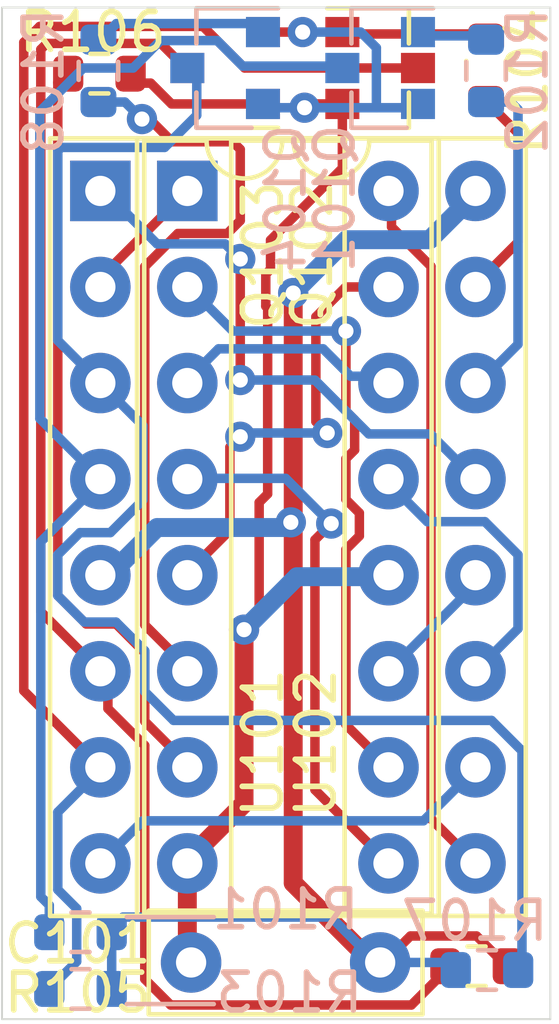
<source format=kicad_pcb>
(kicad_pcb (version 20171130) (host pcbnew 5.1.10-88a1d61d58~88~ubuntu18.04.1)

  (general
    (thickness 1.6)
    (drawings 7)
    (tracks 223)
    (zones 0)
    (modules 15)
    (nets 25)
  )

  (page A4)
  (layers
    (0 F.Cu signal)
    (31 B.Cu signal)
    (32 B.Adhes user hide)
    (33 F.Adhes user hide)
    (34 B.Paste user hide)
    (35 F.Paste user hide)
    (36 B.SilkS user)
    (37 F.SilkS user)
    (38 B.Mask user)
    (39 F.Mask user)
    (40 Dwgs.User user hide)
    (41 Cmts.User user hide)
    (42 Eco1.User user hide)
    (43 Eco2.User user hide)
    (44 Edge.Cuts user)
    (45 Margin user hide)
    (46 B.CrtYd user hide)
    (47 F.CrtYd user hide)
    (48 B.Fab user hide)
    (49 F.Fab user hide)
  )

  (setup
    (last_trace_width 0.25)
    (user_trace_width 0.5)
    (trace_clearance 0.2)
    (zone_clearance 0.508)
    (zone_45_only no)
    (trace_min 0.2)
    (via_size 0.8)
    (via_drill 0.4)
    (via_min_size 0.4)
    (via_min_drill 0.3)
    (uvia_size 0.3)
    (uvia_drill 0.1)
    (uvias_allowed no)
    (uvia_min_size 0.2)
    (uvia_min_drill 0.1)
    (edge_width 0.05)
    (segment_width 0.2)
    (pcb_text_width 0.3)
    (pcb_text_size 1.5 1.5)
    (mod_edge_width 0.12)
    (mod_text_size 1 1)
    (mod_text_width 0.15)
    (pad_size 1.524 1.524)
    (pad_drill 0.762)
    (pad_to_mask_clearance 0)
    (aux_axis_origin 0 0)
    (visible_elements FFFFFF7F)
    (pcbplotparams
      (layerselection 0x010fc_ffffffff)
      (usegerberextensions false)
      (usegerberattributes true)
      (usegerberadvancedattributes true)
      (creategerberjobfile true)
      (excludeedgelayer true)
      (linewidth 0.100000)
      (plotframeref false)
      (viasonmask false)
      (mode 1)
      (useauxorigin false)
      (hpglpennumber 1)
      (hpglpenspeed 20)
      (hpglpendiameter 15.000000)
      (psnegative false)
      (psa4output false)
      (plotreference true)
      (plotvalue true)
      (plotinvisibletext false)
      (padsonsilk false)
      (subtractmaskfromsilk false)
      (outputformat 1)
      (mirror false)
      (drillshape 1)
      (scaleselection 1)
      (outputdirectory ""))
  )

  (net 0 "")
  (net 1 GND)
  (net 2 +5V)
  (net 3 "Net-(U101-Pad16)")
  (net 4 "Net-(U101-Pad8)")
  (net 5 "Net-(U101-Pad15)")
  (net 6 "Net-(U101-Pad14)")
  (net 7 "Net-(U101-Pad13)")
  (net 8 "Net-(U101-Pad11)")
  (net 9 "Net-(U101-Pad10)")
  (net 10 "Net-(U101-Pad2)")
  (net 11 "Net-(U101-Pad9)")
  (net 12 "Net-(U101-Pad1)")
  (net 13 "Net-(Q101-Pad3)")
  (net 14 "Net-(Q101-Pad1)")
  (net 15 "Net-(Q102-Pad3)")
  (net 16 "Net-(Q102-Pad1)")
  (net 17 "Net-(Q103-Pad3)")
  (net 18 "Net-(Q103-Pad1)")
  (net 19 "Net-(Q104-Pad3)")
  (net 20 "Net-(Q104-Pad1)")
  (net 21 "Net-(R102-Pad1)")
  (net 22 "Net-(R104-Pad1)")
  (net 23 "Net-(R106-Pad1)")
  (net 24 "Net-(R108-Pad1)")

  (net_class Default "This is the default net class."
    (clearance 0.2)
    (trace_width 0.25)
    (via_dia 0.8)
    (via_drill 0.4)
    (uvia_dia 0.3)
    (uvia_drill 0.1)
    (add_net +5V)
    (add_net GND)
    (add_net "Net-(Q101-Pad1)")
    (add_net "Net-(Q101-Pad3)")
    (add_net "Net-(Q102-Pad1)")
    (add_net "Net-(Q102-Pad3)")
    (add_net "Net-(Q103-Pad1)")
    (add_net "Net-(Q103-Pad3)")
    (add_net "Net-(Q104-Pad1)")
    (add_net "Net-(Q104-Pad3)")
    (add_net "Net-(R102-Pad1)")
    (add_net "Net-(R104-Pad1)")
    (add_net "Net-(R106-Pad1)")
    (add_net "Net-(R108-Pad1)")
    (add_net "Net-(U101-Pad1)")
    (add_net "Net-(U101-Pad10)")
    (add_net "Net-(U101-Pad11)")
    (add_net "Net-(U101-Pad13)")
    (add_net "Net-(U101-Pad14)")
    (add_net "Net-(U101-Pad15)")
    (add_net "Net-(U101-Pad16)")
    (add_net "Net-(U101-Pad2)")
    (add_net "Net-(U101-Pad8)")
    (add_net "Net-(U101-Pad9)")
  )

  (module Package_TO_SOT_SMD:SOT-23 (layer F.Cu) (tedit 5A02FF57) (tstamp 60BAB526)
    (at 101.4 77.35 180)
    (descr "SOT-23, Standard")
    (tags SOT-23)
    (path /60BA90AA)
    (attr smd)
    (fp_text reference Q103 (at -1 -4.95 90) (layer F.SilkS)
      (effects (font (size 1 1) (thickness 0.15)))
    )
    (fp_text value Q_NPN_BEC (at 0 2.5) (layer F.Fab)
      (effects (font (size 1 1) (thickness 0.15)))
    )
    (fp_line (start 0.76 1.58) (end -0.7 1.58) (layer F.SilkS) (width 0.12))
    (fp_line (start 0.76 -1.58) (end -1.4 -1.58) (layer F.SilkS) (width 0.12))
    (fp_line (start -1.7 1.75) (end -1.7 -1.75) (layer F.CrtYd) (width 0.05))
    (fp_line (start 1.7 1.75) (end -1.7 1.75) (layer F.CrtYd) (width 0.05))
    (fp_line (start 1.7 -1.75) (end 1.7 1.75) (layer F.CrtYd) (width 0.05))
    (fp_line (start -1.7 -1.75) (end 1.7 -1.75) (layer F.CrtYd) (width 0.05))
    (fp_line (start 0.76 -1.58) (end 0.76 -0.65) (layer F.SilkS) (width 0.12))
    (fp_line (start 0.76 1.58) (end 0.76 0.65) (layer F.SilkS) (width 0.12))
    (fp_line (start -0.7 1.52) (end 0.7 1.52) (layer F.Fab) (width 0.1))
    (fp_line (start 0.7 -1.52) (end 0.7 1.52) (layer F.Fab) (width 0.1))
    (fp_line (start -0.7 -0.95) (end -0.15 -1.52) (layer F.Fab) (width 0.1))
    (fp_line (start -0.15 -1.52) (end 0.7 -1.52) (layer F.Fab) (width 0.1))
    (fp_line (start -0.7 -0.95) (end -0.7 1.5) (layer F.Fab) (width 0.1))
    (fp_text user %R (at 0 0 90) (layer F.Fab)
      (effects (font (size 0.5 0.5) (thickness 0.075)))
    )
    (pad 3 smd rect (at 1 0 180) (size 0.9 0.8) (layers F.Cu F.Paste F.Mask)
      (net 17 "Net-(Q103-Pad3)"))
    (pad 2 smd rect (at -1 0.95 180) (size 0.9 0.8) (layers F.Cu F.Paste F.Mask)
      (net 1 GND))
    (pad 1 smd rect (at -1 -0.95 180) (size 0.9 0.8) (layers F.Cu F.Paste F.Mask)
      (net 18 "Net-(Q103-Pad1)"))
    (model ${KISYS3DMOD}/Package_TO_SOT_SMD.3dshapes/SOT-23.wrl
      (at (xyz 0 0 0))
      (scale (xyz 1 1 1))
      (rotate (xyz 0 0 0))
    )
  )

  (module Package_DIP:DIP-16_W7.62mm_Socket (layer F.Cu) (tedit 5A02E8C5) (tstamp 60BA7107)
    (at 100.4 80.6)
    (descr "16-lead though-hole mounted DIP package, row spacing 7.62 mm (300 mils), Socket")
    (tags "THT DIP DIL PDIP 2.54mm 7.62mm 300mil Socket")
    (path /60BDBA46)
    (fp_text reference U102 (at 3.4 14.6 90) (layer F.SilkS)
      (effects (font (size 1 1) (thickness 0.15)))
    )
    (fp_text value fairchild_9960 (at 3.81 20.11) (layer F.Fab)
      (effects (font (size 1 1) (thickness 0.15)))
    )
    (fp_line (start 9.15 -1.6) (end -1.55 -1.6) (layer F.CrtYd) (width 0.05))
    (fp_line (start 9.15 19.4) (end 9.15 -1.6) (layer F.CrtYd) (width 0.05))
    (fp_line (start -1.55 19.4) (end 9.15 19.4) (layer F.CrtYd) (width 0.05))
    (fp_line (start -1.55 -1.6) (end -1.55 19.4) (layer F.CrtYd) (width 0.05))
    (fp_line (start 8.95 -1.39) (end -1.33 -1.39) (layer F.SilkS) (width 0.12))
    (fp_line (start 8.95 19.17) (end 8.95 -1.39) (layer F.SilkS) (width 0.12))
    (fp_line (start -1.33 19.17) (end 8.95 19.17) (layer F.SilkS) (width 0.12))
    (fp_line (start -1.33 -1.39) (end -1.33 19.17) (layer F.SilkS) (width 0.12))
    (fp_line (start 6.46 -1.33) (end 4.81 -1.33) (layer F.SilkS) (width 0.12))
    (fp_line (start 6.46 19.11) (end 6.46 -1.33) (layer F.SilkS) (width 0.12))
    (fp_line (start 1.16 19.11) (end 6.46 19.11) (layer F.SilkS) (width 0.12))
    (fp_line (start 1.16 -1.33) (end 1.16 19.11) (layer F.SilkS) (width 0.12))
    (fp_line (start 2.81 -1.33) (end 1.16 -1.33) (layer F.SilkS) (width 0.12))
    (fp_line (start 8.89 -1.33) (end -1.27 -1.33) (layer F.Fab) (width 0.1))
    (fp_line (start 8.89 19.11) (end 8.89 -1.33) (layer F.Fab) (width 0.1))
    (fp_line (start -1.27 19.11) (end 8.89 19.11) (layer F.Fab) (width 0.1))
    (fp_line (start -1.27 -1.33) (end -1.27 19.11) (layer F.Fab) (width 0.1))
    (fp_line (start 0.635 -0.27) (end 1.635 -1.27) (layer F.Fab) (width 0.1))
    (fp_line (start 0.635 19.05) (end 0.635 -0.27) (layer F.Fab) (width 0.1))
    (fp_line (start 6.985 19.05) (end 0.635 19.05) (layer F.Fab) (width 0.1))
    (fp_line (start 6.985 -1.27) (end 6.985 19.05) (layer F.Fab) (width 0.1))
    (fp_line (start 1.635 -1.27) (end 6.985 -1.27) (layer F.Fab) (width 0.1))
    (fp_text user %R (at 3.81 8.89) (layer F.Fab)
      (effects (font (size 1 1) (thickness 0.15)))
    )
    (fp_arc (start 3.81 -1.33) (end 2.81 -1.33) (angle -180) (layer F.SilkS) (width 0.12))
    (pad 16 thru_hole oval (at 7.62 0) (size 1.6 1.6) (drill 0.8) (layers *.Cu *.Mask)
      (net 2 +5V))
    (pad 8 thru_hole oval (at 0 17.78) (size 1.6 1.6) (drill 0.8) (layers *.Cu *.Mask)
      (net 1 GND))
    (pad 15 thru_hole oval (at 7.62 2.54) (size 1.6 1.6) (drill 0.8) (layers *.Cu *.Mask)
      (net 22 "Net-(R104-Pad1)"))
    (pad 7 thru_hole oval (at 0 15.24) (size 1.6 1.6) (drill 0.8) (layers *.Cu *.Mask)
      (net 23 "Net-(R106-Pad1)"))
    (pad 14 thru_hole oval (at 7.62 5.08) (size 1.6 1.6) (drill 0.8) (layers *.Cu *.Mask)
      (net 21 "Net-(R102-Pad1)"))
    (pad 6 thru_hole oval (at 0 12.7) (size 1.6 1.6) (drill 0.8) (layers *.Cu *.Mask)
      (net 24 "Net-(R108-Pad1)"))
    (pad 13 thru_hole oval (at 7.62 7.62) (size 1.6 1.6) (drill 0.8) (layers *.Cu *.Mask)
      (net 12 "Net-(U101-Pad1)"))
    (pad 5 thru_hole oval (at 0 10.16) (size 1.6 1.6) (drill 0.8) (layers *.Cu *.Mask)
      (net 5 "Net-(U101-Pad15)"))
    (pad 12 thru_hole oval (at 7.62 10.16) (size 1.6 1.6) (drill 0.8) (layers *.Cu *.Mask)
      (net 8 "Net-(U101-Pad11)"))
    (pad 4 thru_hole oval (at 0 7.62) (size 1.6 1.6) (drill 0.8) (layers *.Cu *.Mask)
      (net 11 "Net-(U101-Pad9)"))
    (pad 11 thru_hole oval (at 7.62 12.7) (size 1.6 1.6) (drill 0.8) (layers *.Cu *.Mask)
      (net 7 "Net-(U101-Pad13)"))
    (pad 3 thru_hole oval (at 0 5.08) (size 1.6 1.6) (drill 0.8) (layers *.Cu *.Mask)
      (net 6 "Net-(U101-Pad14)"))
    (pad 10 thru_hole oval (at 7.62 15.24) (size 1.6 1.6) (drill 0.8) (layers *.Cu *.Mask)
      (net 4 "Net-(U101-Pad8)"))
    (pad 2 thru_hole oval (at 0 2.54) (size 1.6 1.6) (drill 0.8) (layers *.Cu *.Mask)
      (net 9 "Net-(U101-Pad10)"))
    (pad 9 thru_hole oval (at 7.62 17.78) (size 1.6 1.6) (drill 0.8) (layers *.Cu *.Mask)
      (net 3 "Net-(U101-Pad16)"))
    (pad 1 thru_hole rect (at 0 0) (size 1.6 1.6) (drill 0.8) (layers *.Cu *.Mask)
      (net 10 "Net-(U101-Pad2)"))
    (model ${KISYS3DMOD}/Package_DIP.3dshapes/DIP-16_W7.62mm_Socket.wrl
      (at (xyz 0 0 0))
      (scale (xyz 1 1 1))
      (rotate (xyz 0 0 0))
    )
  )

  (module Package_DIP:DIP-16_W7.62mm_Socket (layer F.Cu) (tedit 5A02E8C5) (tstamp 60BA7308)
    (at 98.1 80.6)
    (descr "16-lead though-hole mounted DIP package, row spacing 7.62 mm (300 mils), Socket")
    (tags "THT DIP DIL PDIP 2.54mm 7.62mm 300mil Socket")
    (path /608E760F)
    (fp_text reference U101 (at 4.3 14.6 90) (layer F.SilkS)
      (effects (font (size 1 1) (thickness 0.15)))
    )
    (fp_text value 74141 (at 3.81 20.11) (layer F.Fab)
      (effects (font (size 1 1) (thickness 0.15)))
    )
    (fp_line (start 9.15 -1.6) (end -1.55 -1.6) (layer F.CrtYd) (width 0.05))
    (fp_line (start 9.15 19.4) (end 9.15 -1.6) (layer F.CrtYd) (width 0.05))
    (fp_line (start -1.55 19.4) (end 9.15 19.4) (layer F.CrtYd) (width 0.05))
    (fp_line (start -1.55 -1.6) (end -1.55 19.4) (layer F.CrtYd) (width 0.05))
    (fp_line (start 8.95 -1.39) (end -1.33 -1.39) (layer F.SilkS) (width 0.12))
    (fp_line (start 8.95 19.17) (end 8.95 -1.39) (layer F.SilkS) (width 0.12))
    (fp_line (start -1.33 19.17) (end 8.95 19.17) (layer F.SilkS) (width 0.12))
    (fp_line (start -1.33 -1.39) (end -1.33 19.17) (layer F.SilkS) (width 0.12))
    (fp_line (start 6.46 -1.33) (end 4.81 -1.33) (layer F.SilkS) (width 0.12))
    (fp_line (start 6.46 19.11) (end 6.46 -1.33) (layer F.SilkS) (width 0.12))
    (fp_line (start 1.16 19.11) (end 6.46 19.11) (layer F.SilkS) (width 0.12))
    (fp_line (start 1.16 -1.33) (end 1.16 19.11) (layer F.SilkS) (width 0.12))
    (fp_line (start 2.81 -1.33) (end 1.16 -1.33) (layer F.SilkS) (width 0.12))
    (fp_line (start 8.89 -1.33) (end -1.27 -1.33) (layer F.Fab) (width 0.1))
    (fp_line (start 8.89 19.11) (end 8.89 -1.33) (layer F.Fab) (width 0.1))
    (fp_line (start -1.27 19.11) (end 8.89 19.11) (layer F.Fab) (width 0.1))
    (fp_line (start -1.27 -1.33) (end -1.27 19.11) (layer F.Fab) (width 0.1))
    (fp_line (start 0.635 -0.27) (end 1.635 -1.27) (layer F.Fab) (width 0.1))
    (fp_line (start 0.635 19.05) (end 0.635 -0.27) (layer F.Fab) (width 0.1))
    (fp_line (start 6.985 19.05) (end 0.635 19.05) (layer F.Fab) (width 0.1))
    (fp_line (start 6.985 -1.27) (end 6.985 19.05) (layer F.Fab) (width 0.1))
    (fp_line (start 1.635 -1.27) (end 6.985 -1.27) (layer F.Fab) (width 0.1))
    (fp_text user %R (at 3.81 8.89) (layer F.Fab)
      (effects (font (size 1 1) (thickness 0.15)))
    )
    (fp_arc (start 3.81 -1.33) (end 2.81 -1.33) (angle -180) (layer F.SilkS) (width 0.12))
    (pad 16 thru_hole oval (at 7.62 0) (size 1.6 1.6) (drill 0.8) (layers *.Cu *.Mask)
      (net 3 "Net-(U101-Pad16)"))
    (pad 8 thru_hole oval (at 0 17.78) (size 1.6 1.6) (drill 0.8) (layers *.Cu *.Mask)
      (net 4 "Net-(U101-Pad8)"))
    (pad 15 thru_hole oval (at 7.62 2.54) (size 1.6 1.6) (drill 0.8) (layers *.Cu *.Mask)
      (net 5 "Net-(U101-Pad15)"))
    (pad 7 thru_hole oval (at 0 15.24) (size 1.6 1.6) (drill 0.8) (layers *.Cu *.Mask)
      (net 15 "Net-(Q102-Pad3)"))
    (pad 14 thru_hole oval (at 7.62 5.08) (size 1.6 1.6) (drill 0.8) (layers *.Cu *.Mask)
      (net 6 "Net-(U101-Pad14)"))
    (pad 6 thru_hole oval (at 0 12.7) (size 1.6 1.6) (drill 0.8) (layers *.Cu *.Mask)
      (net 17 "Net-(Q103-Pad3)"))
    (pad 13 thru_hole oval (at 7.62 7.62) (size 1.6 1.6) (drill 0.8) (layers *.Cu *.Mask)
      (net 7 "Net-(U101-Pad13)"))
    (pad 5 thru_hole oval (at 0 10.16) (size 1.6 1.6) (drill 0.8) (layers *.Cu *.Mask)
      (net 2 +5V))
    (pad 12 thru_hole oval (at 7.62 10.16) (size 1.6 1.6) (drill 0.8) (layers *.Cu *.Mask)
      (net 1 GND))
    (pad 4 thru_hole oval (at 0 7.62) (size 1.6 1.6) (drill 0.8) (layers *.Cu *.Mask)
      (net 13 "Net-(Q101-Pad3)"))
    (pad 11 thru_hole oval (at 7.62 12.7) (size 1.6 1.6) (drill 0.8) (layers *.Cu *.Mask)
      (net 8 "Net-(U101-Pad11)"))
    (pad 3 thru_hole oval (at 0 5.08) (size 1.6 1.6) (drill 0.8) (layers *.Cu *.Mask)
      (net 19 "Net-(Q104-Pad3)"))
    (pad 10 thru_hole oval (at 7.62 15.24) (size 1.6 1.6) (drill 0.8) (layers *.Cu *.Mask)
      (net 9 "Net-(U101-Pad10)"))
    (pad 2 thru_hole oval (at 0 2.54) (size 1.6 1.6) (drill 0.8) (layers *.Cu *.Mask)
      (net 10 "Net-(U101-Pad2)"))
    (pad 9 thru_hole oval (at 7.62 17.78) (size 1.6 1.6) (drill 0.8) (layers *.Cu *.Mask)
      (net 11 "Net-(U101-Pad9)"))
    (pad 1 thru_hole rect (at 0 0) (size 1.6 1.6) (drill 0.8) (layers *.Cu *.Mask)
      (net 12 "Net-(U101-Pad1)"))
    (model ${KISYS3DMOD}/Package_DIP.3dshapes/DIP-16_W7.62mm_Socket.wrl
      (at (xyz 0 0 0))
      (scale (xyz 1 1 1))
      (rotate (xyz 0 0 0))
    )
  )

  (module Resistor_SMD:R_0603_1608Metric (layer B.Cu) (tedit 5F68FEEE) (tstamp 60BAA2C3)
    (at 98.05 77.425 90)
    (descr "Resistor SMD 0603 (1608 Metric), square (rectangular) end terminal, IPC_7351 nominal, (Body size source: IPC-SM-782 page 72, https://www.pcb-3d.com/wordpress/wp-content/uploads/ipc-sm-782a_amendment_1_and_2.pdf), generated with kicad-footprint-generator")
    (tags resistor)
    (path /60BAA6B2)
    (attr smd)
    (fp_text reference R108 (at -0.275 -1.45 90) (layer B.SilkS)
      (effects (font (size 1 1) (thickness 0.15)) (justify mirror))
    )
    (fp_text value 1k (at 0 -1.43 90) (layer B.Fab)
      (effects (font (size 1 1) (thickness 0.15)) (justify mirror))
    )
    (fp_line (start 1.48 -0.73) (end -1.48 -0.73) (layer B.CrtYd) (width 0.05))
    (fp_line (start 1.48 0.73) (end 1.48 -0.73) (layer B.CrtYd) (width 0.05))
    (fp_line (start -1.48 0.73) (end 1.48 0.73) (layer B.CrtYd) (width 0.05))
    (fp_line (start -1.48 -0.73) (end -1.48 0.73) (layer B.CrtYd) (width 0.05))
    (fp_line (start -0.237258 -0.5225) (end 0.237258 -0.5225) (layer B.SilkS) (width 0.12))
    (fp_line (start -0.237258 0.5225) (end 0.237258 0.5225) (layer B.SilkS) (width 0.12))
    (fp_line (start 0.8 -0.4125) (end -0.8 -0.4125) (layer B.Fab) (width 0.1))
    (fp_line (start 0.8 0.4125) (end 0.8 -0.4125) (layer B.Fab) (width 0.1))
    (fp_line (start -0.8 0.4125) (end 0.8 0.4125) (layer B.Fab) (width 0.1))
    (fp_line (start -0.8 -0.4125) (end -0.8 0.4125) (layer B.Fab) (width 0.1))
    (fp_text user %R (at 0 0 90) (layer B.Fab)
      (effects (font (size 0.4 0.4) (thickness 0.06)) (justify mirror))
    )
    (pad 2 smd roundrect (at 0.825 0 90) (size 0.8 0.95) (layers B.Cu B.Paste B.Mask) (roundrect_rratio 0.25)
      (net 20 "Net-(Q104-Pad1)"))
    (pad 1 smd roundrect (at -0.825 0 90) (size 0.8 0.95) (layers B.Cu B.Paste B.Mask) (roundrect_rratio 0.25)
      (net 24 "Net-(R108-Pad1)"))
    (model ${KISYS3DMOD}/Resistor_SMD.3dshapes/R_0603_1608Metric.wrl
      (at (xyz 0 0 0))
      (scale (xyz 1 1 1))
      (rotate (xyz 0 0 0))
    )
  )

  (module Resistor_SMD:R_0603_1608Metric (layer B.Cu) (tedit 5F68FEEE) (tstamp 60BA8B03)
    (at 108.325 101.2 180)
    (descr "Resistor SMD 0603 (1608 Metric), square (rectangular) end terminal, IPC_7351 nominal, (Body size source: IPC-SM-782 page 72, https://www.pcb-3d.com/wordpress/wp-content/uploads/ipc-sm-782a_amendment_1_and_2.pdf), generated with kicad-footprint-generator")
    (tags resistor)
    (path /60BC2D54)
    (attr smd)
    (fp_text reference R107 (at 0.325 1.3 180) (layer B.SilkS)
      (effects (font (size 1 1) (thickness 0.15)) (justify mirror))
    )
    (fp_text value 1k (at 0 -1.43 180) (layer B.Fab)
      (effects (font (size 1 1) (thickness 0.15)) (justify mirror))
    )
    (fp_line (start 1.48 -0.73) (end -1.48 -0.73) (layer B.CrtYd) (width 0.05))
    (fp_line (start 1.48 0.73) (end 1.48 -0.73) (layer B.CrtYd) (width 0.05))
    (fp_line (start -1.48 0.73) (end 1.48 0.73) (layer B.CrtYd) (width 0.05))
    (fp_line (start -1.48 -0.73) (end -1.48 0.73) (layer B.CrtYd) (width 0.05))
    (fp_line (start -0.237258 -0.5225) (end 0.237258 -0.5225) (layer B.SilkS) (width 0.12))
    (fp_line (start -0.237258 0.5225) (end 0.237258 0.5225) (layer B.SilkS) (width 0.12))
    (fp_line (start 0.8 -0.4125) (end -0.8 -0.4125) (layer B.Fab) (width 0.1))
    (fp_line (start 0.8 0.4125) (end 0.8 -0.4125) (layer B.Fab) (width 0.1))
    (fp_line (start -0.8 0.4125) (end 0.8 0.4125) (layer B.Fab) (width 0.1))
    (fp_line (start -0.8 -0.4125) (end -0.8 0.4125) (layer B.Fab) (width 0.1))
    (fp_text user %R (at 0 0 180) (layer B.Fab)
      (effects (font (size 0.4 0.4) (thickness 0.06)) (justify mirror))
    )
    (pad 2 smd roundrect (at 0.825 0 180) (size 0.8 0.95) (layers B.Cu B.Paste B.Mask) (roundrect_rratio 0.25)
      (net 2 +5V))
    (pad 1 smd roundrect (at -0.825 0 180) (size 0.8 0.95) (layers B.Cu B.Paste B.Mask) (roundrect_rratio 0.25)
      (net 19 "Net-(Q104-Pad3)"))
    (model ${KISYS3DMOD}/Resistor_SMD.3dshapes/R_0603_1608Metric.wrl
      (at (xyz 0 0 0))
      (scale (xyz 1 1 1))
      (rotate (xyz 0 0 0))
    )
  )

  (module Resistor_SMD:R_0603_1608Metric locked (layer F.Cu) (tedit 5F68FEEE) (tstamp 60BA7A30)
    (at 98.075 77.5)
    (descr "Resistor SMD 0603 (1608 Metric), square (rectangular) end terminal, IPC_7351 nominal, (Body size source: IPC-SM-782 page 72, https://www.pcb-3d.com/wordpress/wp-content/uploads/ipc-sm-782a_amendment_1_and_2.pdf), generated with kicad-footprint-generator")
    (tags resistor)
    (path /60BBB6BA)
    (attr smd)
    (fp_text reference R106 (at -0.175 -1.1) (layer F.SilkS)
      (effects (font (size 1 1) (thickness 0.15)))
    )
    (fp_text value 1k (at 0 1.43) (layer F.Fab)
      (effects (font (size 1 1) (thickness 0.15)))
    )
    (fp_line (start 1.48 0.73) (end -1.48 0.73) (layer F.CrtYd) (width 0.05))
    (fp_line (start 1.48 -0.73) (end 1.48 0.73) (layer F.CrtYd) (width 0.05))
    (fp_line (start -1.48 -0.73) (end 1.48 -0.73) (layer F.CrtYd) (width 0.05))
    (fp_line (start -1.48 0.73) (end -1.48 -0.73) (layer F.CrtYd) (width 0.05))
    (fp_line (start -0.237258 0.5225) (end 0.237258 0.5225) (layer F.SilkS) (width 0.12))
    (fp_line (start -0.237258 -0.5225) (end 0.237258 -0.5225) (layer F.SilkS) (width 0.12))
    (fp_line (start 0.8 0.4125) (end -0.8 0.4125) (layer F.Fab) (width 0.1))
    (fp_line (start 0.8 -0.4125) (end 0.8 0.4125) (layer F.Fab) (width 0.1))
    (fp_line (start -0.8 -0.4125) (end 0.8 -0.4125) (layer F.Fab) (width 0.1))
    (fp_line (start -0.8 0.4125) (end -0.8 -0.4125) (layer F.Fab) (width 0.1))
    (fp_text user %R (at 0 0) (layer F.Fab)
      (effects (font (size 0.4 0.4) (thickness 0.06)))
    )
    (pad 2 smd roundrect (at 0.825 0) (size 0.8 0.95) (layers F.Cu F.Paste F.Mask) (roundrect_rratio 0.25)
      (net 18 "Net-(Q103-Pad1)"))
    (pad 1 smd roundrect (at -0.825 0) (size 0.8 0.95) (layers F.Cu F.Paste F.Mask) (roundrect_rratio 0.25)
      (net 23 "Net-(R106-Pad1)"))
    (model ${KISYS3DMOD}/Resistor_SMD.3dshapes/R_0603_1608Metric.wrl
      (at (xyz 0 0 0))
      (scale (xyz 1 1 1))
      (rotate (xyz 0 0 0))
    )
  )

  (module Resistor_SMD:R_0603_1608Metric (layer F.Cu) (tedit 5F68FEEE) (tstamp 60BAA635)
    (at 108.05 101.1)
    (descr "Resistor SMD 0603 (1608 Metric), square (rectangular) end terminal, IPC_7351 nominal, (Body size source: IPC-SM-782 page 72, https://www.pcb-3d.com/wordpress/wp-content/uploads/ipc-sm-782a_amendment_1_and_2.pdf), generated with kicad-footprint-generator")
    (tags resistor)
    (path /60BC28E9)
    (attr smd)
    (fp_text reference R105 (at -10.55 0.7 180) (layer F.SilkS)
      (effects (font (size 1 1) (thickness 0.15)))
    )
    (fp_text value 1k (at 0 1.43 180) (layer F.Fab)
      (effects (font (size 1 1) (thickness 0.15)))
    )
    (fp_line (start -0.8 0.4125) (end -0.8 -0.4125) (layer F.Fab) (width 0.1))
    (fp_line (start -0.8 -0.4125) (end 0.8 -0.4125) (layer F.Fab) (width 0.1))
    (fp_line (start 0.8 -0.4125) (end 0.8 0.4125) (layer F.Fab) (width 0.1))
    (fp_line (start 0.8 0.4125) (end -0.8 0.4125) (layer F.Fab) (width 0.1))
    (fp_line (start -0.237258 -0.5225) (end 0.237258 -0.5225) (layer F.SilkS) (width 0.12))
    (fp_line (start -0.237258 0.5225) (end 0.237258 0.5225) (layer F.SilkS) (width 0.12))
    (fp_line (start -1.48 0.73) (end -1.48 -0.73) (layer F.CrtYd) (width 0.05))
    (fp_line (start -1.48 -0.73) (end 1.48 -0.73) (layer F.CrtYd) (width 0.05))
    (fp_line (start 1.48 -0.73) (end 1.48 0.73) (layer F.CrtYd) (width 0.05))
    (fp_line (start 1.48 0.73) (end -1.48 0.73) (layer F.CrtYd) (width 0.05))
    (fp_text user %R (at 0 0 180) (layer F.Fab)
      (effects (font (size 0.4 0.4) (thickness 0.06)))
    )
    (pad 1 smd roundrect (at -0.825 0) (size 0.8 0.95) (layers F.Cu F.Paste F.Mask) (roundrect_rratio 0.25)
      (net 17 "Net-(Q103-Pad3)"))
    (pad 2 smd roundrect (at 0.825 0) (size 0.8 0.95) (layers F.Cu F.Paste F.Mask) (roundrect_rratio 0.25)
      (net 2 +5V))
    (model ${KISYS3DMOD}/Resistor_SMD.3dshapes/R_0603_1608Metric.wrl
      (at (xyz 0 0 0))
      (scale (xyz 1 1 1))
      (rotate (xyz 0 0 0))
    )
  )

  (module Resistor_SMD:R_0603_1608Metric (layer F.Cu) (tedit 5F68FEEE) (tstamp 60BA899C)
    (at 108.3 77.4 90)
    (descr "Resistor SMD 0603 (1608 Metric), square (rectangular) end terminal, IPC_7351 nominal, (Body size source: IPC-SM-782 page 72, https://www.pcb-3d.com/wordpress/wp-content/uploads/ipc-sm-782a_amendment_1_and_2.pdf), generated with kicad-footprint-generator")
    (tags resistor)
    (path /60BBC3E6)
    (attr smd)
    (fp_text reference R104 (at -0.3 1.1 90) (layer F.SilkS)
      (effects (font (size 1 1) (thickness 0.15)))
    )
    (fp_text value 1k (at 0 1.43 90) (layer F.Fab)
      (effects (font (size 1 1) (thickness 0.15)))
    )
    (fp_line (start 1.48 0.73) (end -1.48 0.73) (layer F.CrtYd) (width 0.05))
    (fp_line (start 1.48 -0.73) (end 1.48 0.73) (layer F.CrtYd) (width 0.05))
    (fp_line (start -1.48 -0.73) (end 1.48 -0.73) (layer F.CrtYd) (width 0.05))
    (fp_line (start -1.48 0.73) (end -1.48 -0.73) (layer F.CrtYd) (width 0.05))
    (fp_line (start -0.237258 0.5225) (end 0.237258 0.5225) (layer F.SilkS) (width 0.12))
    (fp_line (start -0.237258 -0.5225) (end 0.237258 -0.5225) (layer F.SilkS) (width 0.12))
    (fp_line (start 0.8 0.4125) (end -0.8 0.4125) (layer F.Fab) (width 0.1))
    (fp_line (start 0.8 -0.4125) (end 0.8 0.4125) (layer F.Fab) (width 0.1))
    (fp_line (start -0.8 -0.4125) (end 0.8 -0.4125) (layer F.Fab) (width 0.1))
    (fp_line (start -0.8 0.4125) (end -0.8 -0.4125) (layer F.Fab) (width 0.1))
    (fp_text user %R (at 0 0 90) (layer F.Fab)
      (effects (font (size 0.4 0.4) (thickness 0.06)))
    )
    (pad 2 smd roundrect (at 0.825 0 90) (size 0.8 0.95) (layers F.Cu F.Paste F.Mask) (roundrect_rratio 0.25)
      (net 16 "Net-(Q102-Pad1)"))
    (pad 1 smd roundrect (at -0.825 0 90) (size 0.8 0.95) (layers F.Cu F.Paste F.Mask) (roundrect_rratio 0.25)
      (net 22 "Net-(R104-Pad1)"))
    (model ${KISYS3DMOD}/Resistor_SMD.3dshapes/R_0603_1608Metric.wrl
      (at (xyz 0 0 0))
      (scale (xyz 1 1 1))
      (rotate (xyz 0 0 0))
    )
  )

  (module Resistor_SMD:R_0603_1608Metric (layer B.Cu) (tedit 5F68FEEE) (tstamp 60BA7257)
    (at 97.575 101.7)
    (descr "Resistor SMD 0603 (1608 Metric), square (rectangular) end terminal, IPC_7351 nominal, (Body size source: IPC-SM-782 page 72, https://www.pcb-3d.com/wordpress/wp-content/uploads/ipc-sm-782a_amendment_1_and_2.pdf), generated with kicad-footprint-generator")
    (tags resistor)
    (path /60BC2176)
    (attr smd)
    (fp_text reference R103 (at 5.525 0.1) (layer B.SilkS)
      (effects (font (size 1 1) (thickness 0.15)) (justify mirror))
    )
    (fp_text value 1k (at 0 -1.43) (layer B.Fab)
      (effects (font (size 1 1) (thickness 0.15)) (justify mirror))
    )
    (fp_line (start 1.48 -0.73) (end -1.48 -0.73) (layer B.CrtYd) (width 0.05))
    (fp_line (start 1.48 0.73) (end 1.48 -0.73) (layer B.CrtYd) (width 0.05))
    (fp_line (start -1.48 0.73) (end 1.48 0.73) (layer B.CrtYd) (width 0.05))
    (fp_line (start -1.48 -0.73) (end -1.48 0.73) (layer B.CrtYd) (width 0.05))
    (fp_line (start -0.237258 -0.5225) (end 0.237258 -0.5225) (layer B.SilkS) (width 0.12))
    (fp_line (start -0.237258 0.5225) (end 0.237258 0.5225) (layer B.SilkS) (width 0.12))
    (fp_line (start 0.8 -0.4125) (end -0.8 -0.4125) (layer B.Fab) (width 0.1))
    (fp_line (start 0.8 0.4125) (end 0.8 -0.4125) (layer B.Fab) (width 0.1))
    (fp_line (start -0.8 0.4125) (end 0.8 0.4125) (layer B.Fab) (width 0.1))
    (fp_line (start -0.8 -0.4125) (end -0.8 0.4125) (layer B.Fab) (width 0.1))
    (fp_text user %R (at 0 0) (layer B.Fab)
      (effects (font (size 0.4 0.4) (thickness 0.06)) (justify mirror))
    )
    (pad 2 smd roundrect (at 0.825 0) (size 0.8 0.95) (layers B.Cu B.Paste B.Mask) (roundrect_rratio 0.25)
      (net 2 +5V))
    (pad 1 smd roundrect (at -0.825 0) (size 0.8 0.95) (layers B.Cu B.Paste B.Mask) (roundrect_rratio 0.25)
      (net 15 "Net-(Q102-Pad3)"))
    (model ${KISYS3DMOD}/Resistor_SMD.3dshapes/R_0603_1608Metric.wrl
      (at (xyz 0 0 0))
      (scale (xyz 1 1 1))
      (rotate (xyz 0 0 0))
    )
  )

  (module Resistor_SMD:R_0603_1608Metric (layer B.Cu) (tedit 5F68FEEE) (tstamp 60BAA257)
    (at 108.3 77.425 90)
    (descr "Resistor SMD 0603 (1608 Metric), square (rectangular) end terminal, IPC_7351 nominal, (Body size source: IPC-SM-782 page 72, https://www.pcb-3d.com/wordpress/wp-content/uploads/ipc-sm-782a_amendment_1_and_2.pdf), generated with kicad-footprint-generator")
    (tags resistor)
    (path /60BBD73F)
    (attr smd)
    (fp_text reference R102 (at -0.275 1.1 90) (layer B.SilkS)
      (effects (font (size 1 1) (thickness 0.15)) (justify mirror))
    )
    (fp_text value 1k (at 0 -1.43 90) (layer B.Fab)
      (effects (font (size 1 1) (thickness 0.15)) (justify mirror))
    )
    (fp_line (start 1.48 -0.73) (end -1.48 -0.73) (layer B.CrtYd) (width 0.05))
    (fp_line (start 1.48 0.73) (end 1.48 -0.73) (layer B.CrtYd) (width 0.05))
    (fp_line (start -1.48 0.73) (end 1.48 0.73) (layer B.CrtYd) (width 0.05))
    (fp_line (start -1.48 -0.73) (end -1.48 0.73) (layer B.CrtYd) (width 0.05))
    (fp_line (start -0.237258 -0.5225) (end 0.237258 -0.5225) (layer B.SilkS) (width 0.12))
    (fp_line (start -0.237258 0.5225) (end 0.237258 0.5225) (layer B.SilkS) (width 0.12))
    (fp_line (start 0.8 -0.4125) (end -0.8 -0.4125) (layer B.Fab) (width 0.1))
    (fp_line (start 0.8 0.4125) (end 0.8 -0.4125) (layer B.Fab) (width 0.1))
    (fp_line (start -0.8 0.4125) (end 0.8 0.4125) (layer B.Fab) (width 0.1))
    (fp_line (start -0.8 -0.4125) (end -0.8 0.4125) (layer B.Fab) (width 0.1))
    (fp_text user %R (at 0 0 90) (layer B.Fab)
      (effects (font (size 0.4 0.4) (thickness 0.06)) (justify mirror))
    )
    (pad 2 smd roundrect (at 0.825 0 90) (size 0.8 0.95) (layers B.Cu B.Paste B.Mask) (roundrect_rratio 0.25)
      (net 14 "Net-(Q101-Pad1)"))
    (pad 1 smd roundrect (at -0.825 0 90) (size 0.8 0.95) (layers B.Cu B.Paste B.Mask) (roundrect_rratio 0.25)
      (net 21 "Net-(R102-Pad1)"))
    (model ${KISYS3DMOD}/Resistor_SMD.3dshapes/R_0603_1608Metric.wrl
      (at (xyz 0 0 0))
      (scale (xyz 1 1 1))
      (rotate (xyz 0 0 0))
    )
  )

  (module Resistor_SMD:R_0603_1608Metric (layer B.Cu) (tedit 5F68FEEE) (tstamp 60BA716D)
    (at 97.575 100.2)
    (descr "Resistor SMD 0603 (1608 Metric), square (rectangular) end terminal, IPC_7351 nominal, (Body size source: IPC-SM-782 page 72, https://www.pcb-3d.com/wordpress/wp-content/uploads/ipc-sm-782a_amendment_1_and_2.pdf), generated with kicad-footprint-generator")
    (tags resistor)
    (path /60BC1ECE)
    (attr smd)
    (fp_text reference R101 (at 5.425 -0.6 180) (layer B.SilkS)
      (effects (font (size 1 1) (thickness 0.15)) (justify mirror))
    )
    (fp_text value 1k (at 0 -1.43) (layer B.Fab)
      (effects (font (size 1 1) (thickness 0.15)) (justify mirror))
    )
    (fp_line (start -0.8 -0.4125) (end -0.8 0.4125) (layer B.Fab) (width 0.1))
    (fp_line (start -0.8 0.4125) (end 0.8 0.4125) (layer B.Fab) (width 0.1))
    (fp_line (start 0.8 0.4125) (end 0.8 -0.4125) (layer B.Fab) (width 0.1))
    (fp_line (start 0.8 -0.4125) (end -0.8 -0.4125) (layer B.Fab) (width 0.1))
    (fp_line (start -0.237258 0.5225) (end 0.237258 0.5225) (layer B.SilkS) (width 0.12))
    (fp_line (start -0.237258 -0.5225) (end 0.237258 -0.5225) (layer B.SilkS) (width 0.12))
    (fp_line (start -1.48 -0.73) (end -1.48 0.73) (layer B.CrtYd) (width 0.05))
    (fp_line (start -1.48 0.73) (end 1.48 0.73) (layer B.CrtYd) (width 0.05))
    (fp_line (start 1.48 0.73) (end 1.48 -0.73) (layer B.CrtYd) (width 0.05))
    (fp_line (start 1.48 -0.73) (end -1.48 -0.73) (layer B.CrtYd) (width 0.05))
    (fp_text user %R (at 0 0) (layer B.Fab)
      (effects (font (size 0.4 0.4) (thickness 0.06)) (justify mirror))
    )
    (pad 1 smd roundrect (at -0.825 0) (size 0.8 0.95) (layers B.Cu B.Paste B.Mask) (roundrect_rratio 0.25)
      (net 13 "Net-(Q101-Pad3)"))
    (pad 2 smd roundrect (at 0.825 0) (size 0.8 0.95) (layers B.Cu B.Paste B.Mask) (roundrect_rratio 0.25)
      (net 2 +5V))
    (model ${KISYS3DMOD}/Resistor_SMD.3dshapes/R_0603_1608Metric.wrl
      (at (xyz 0 0 0))
      (scale (xyz 1 1 1))
      (rotate (xyz 0 0 0))
    )
  )

  (module Package_TO_SOT_SMD:SOT-23 (layer B.Cu) (tedit 5A02FF57) (tstamp 60BAE224)
    (at 101.4 77.35 180)
    (descr "SOT-23, Standard")
    (tags SOT-23)
    (path /60BA9606)
    (attr smd)
    (fp_text reference Q104 (at -1.6 -3.45 270) (layer B.SilkS)
      (effects (font (size 1 1) (thickness 0.15)) (justify mirror))
    )
    (fp_text value Q_NPN_BEC (at 0 -2.5) (layer B.Fab)
      (effects (font (size 1 1) (thickness 0.15)) (justify mirror))
    )
    (fp_line (start 0.76 -1.58) (end -0.7 -1.58) (layer B.SilkS) (width 0.12))
    (fp_line (start 0.76 1.58) (end -1.4 1.58) (layer B.SilkS) (width 0.12))
    (fp_line (start -1.7 -1.75) (end -1.7 1.75) (layer B.CrtYd) (width 0.05))
    (fp_line (start 1.7 -1.75) (end -1.7 -1.75) (layer B.CrtYd) (width 0.05))
    (fp_line (start 1.7 1.75) (end 1.7 -1.75) (layer B.CrtYd) (width 0.05))
    (fp_line (start -1.7 1.75) (end 1.7 1.75) (layer B.CrtYd) (width 0.05))
    (fp_line (start 0.76 1.58) (end 0.76 0.65) (layer B.SilkS) (width 0.12))
    (fp_line (start 0.76 -1.58) (end 0.76 -0.65) (layer B.SilkS) (width 0.12))
    (fp_line (start -0.7 -1.52) (end 0.7 -1.52) (layer B.Fab) (width 0.1))
    (fp_line (start 0.7 1.52) (end 0.7 -1.52) (layer B.Fab) (width 0.1))
    (fp_line (start -0.7 0.95) (end -0.15 1.52) (layer B.Fab) (width 0.1))
    (fp_line (start -0.15 1.52) (end 0.7 1.52) (layer B.Fab) (width 0.1))
    (fp_line (start -0.7 0.95) (end -0.7 -1.5) (layer B.Fab) (width 0.1))
    (fp_text user %R (at 0 0 270) (layer B.Fab)
      (effects (font (size 0.5 0.5) (thickness 0.075)) (justify mirror))
    )
    (pad 3 smd rect (at 1 0 180) (size 0.9 0.8) (layers B.Cu B.Paste B.Mask)
      (net 19 "Net-(Q104-Pad3)"))
    (pad 2 smd rect (at -1 -0.95 180) (size 0.9 0.8) (layers B.Cu B.Paste B.Mask)
      (net 1 GND))
    (pad 1 smd rect (at -1 0.95 180) (size 0.9 0.8) (layers B.Cu B.Paste B.Mask)
      (net 20 "Net-(Q104-Pad1)"))
    (model ${KISYS3DMOD}/Package_TO_SOT_SMD.3dshapes/SOT-23.wrl
      (at (xyz 0 0 0))
      (scale (xyz 1 1 1))
      (rotate (xyz 0 0 0))
    )
  )

  (module Package_TO_SOT_SMD:SOT-23 (layer F.Cu) (tedit 5A02FF57) (tstamp 60BAABFD)
    (at 105.5 77.35)
    (descr "SOT-23, Standard")
    (tags SOT-23)
    (path /60BA9E16)
    (attr smd)
    (fp_text reference Q102 (at -1.8 4.95 90) (layer F.SilkS)
      (effects (font (size 1 1) (thickness 0.15)))
    )
    (fp_text value Q_NPN_BEC (at 0 2.5) (layer F.Fab)
      (effects (font (size 1 1) (thickness 0.15)))
    )
    (fp_line (start 0.76 1.58) (end -0.7 1.58) (layer F.SilkS) (width 0.12))
    (fp_line (start 0.76 -1.58) (end -1.4 -1.58) (layer F.SilkS) (width 0.12))
    (fp_line (start -1.7 1.75) (end -1.7 -1.75) (layer F.CrtYd) (width 0.05))
    (fp_line (start 1.7 1.75) (end -1.7 1.75) (layer F.CrtYd) (width 0.05))
    (fp_line (start 1.7 -1.75) (end 1.7 1.75) (layer F.CrtYd) (width 0.05))
    (fp_line (start -1.7 -1.75) (end 1.7 -1.75) (layer F.CrtYd) (width 0.05))
    (fp_line (start 0.76 -1.58) (end 0.76 -0.65) (layer F.SilkS) (width 0.12))
    (fp_line (start 0.76 1.58) (end 0.76 0.65) (layer F.SilkS) (width 0.12))
    (fp_line (start -0.7 1.52) (end 0.7 1.52) (layer F.Fab) (width 0.1))
    (fp_line (start 0.7 -1.52) (end 0.7 1.52) (layer F.Fab) (width 0.1))
    (fp_line (start -0.7 -0.95) (end -0.15 -1.52) (layer F.Fab) (width 0.1))
    (fp_line (start -0.15 -1.52) (end 0.7 -1.52) (layer F.Fab) (width 0.1))
    (fp_line (start -0.7 -0.95) (end -0.7 1.5) (layer F.Fab) (width 0.1))
    (fp_text user %R (at 0 0 90) (layer F.Fab)
      (effects (font (size 0.5 0.5) (thickness 0.075)))
    )
    (pad 3 smd rect (at 1 0) (size 0.9 0.8) (layers F.Cu F.Paste F.Mask)
      (net 15 "Net-(Q102-Pad3)"))
    (pad 2 smd rect (at -1 0.95) (size 0.9 0.8) (layers F.Cu F.Paste F.Mask)
      (net 1 GND))
    (pad 1 smd rect (at -1 -0.95) (size 0.9 0.8) (layers F.Cu F.Paste F.Mask)
      (net 16 "Net-(Q102-Pad1)"))
    (model ${KISYS3DMOD}/Package_TO_SOT_SMD.3dshapes/SOT-23.wrl
      (at (xyz 0 0 0))
      (scale (xyz 1 1 1))
      (rotate (xyz 0 0 0))
    )
  )

  (module Package_TO_SOT_SMD:SOT-23 (layer B.Cu) (tedit 5A02FF57) (tstamp 60BABB9D)
    (at 105.5 77.35 180)
    (descr "SOT-23, Standard")
    (tags SOT-23)
    (path /60BA8850)
    (attr smd)
    (fp_text reference Q101 (at 1.2 -3.45 270) (layer B.SilkS)
      (effects (font (size 1 1) (thickness 0.15)) (justify mirror))
    )
    (fp_text value Q_NPN_BEC (at 0 -2.5 180) (layer B.Fab)
      (effects (font (size 1 1) (thickness 0.15)) (justify mirror))
    )
    (fp_line (start 0.76 -1.58) (end -0.7 -1.58) (layer B.SilkS) (width 0.12))
    (fp_line (start 0.76 1.58) (end -1.4 1.58) (layer B.SilkS) (width 0.12))
    (fp_line (start -1.7 -1.75) (end -1.7 1.75) (layer B.CrtYd) (width 0.05))
    (fp_line (start 1.7 -1.75) (end -1.7 -1.75) (layer B.CrtYd) (width 0.05))
    (fp_line (start 1.7 1.75) (end 1.7 -1.75) (layer B.CrtYd) (width 0.05))
    (fp_line (start -1.7 1.75) (end 1.7 1.75) (layer B.CrtYd) (width 0.05))
    (fp_line (start 0.76 1.58) (end 0.76 0.65) (layer B.SilkS) (width 0.12))
    (fp_line (start 0.76 -1.58) (end 0.76 -0.65) (layer B.SilkS) (width 0.12))
    (fp_line (start -0.7 -1.52) (end 0.7 -1.52) (layer B.Fab) (width 0.1))
    (fp_line (start 0.7 1.52) (end 0.7 -1.52) (layer B.Fab) (width 0.1))
    (fp_line (start -0.7 0.95) (end -0.15 1.52) (layer B.Fab) (width 0.1))
    (fp_line (start -0.15 1.52) (end 0.7 1.52) (layer B.Fab) (width 0.1))
    (fp_line (start -0.7 0.95) (end -0.7 -1.5) (layer B.Fab) (width 0.1))
    (fp_text user %R (at 0 0 90) (layer B.Fab)
      (effects (font (size 0.5 0.5) (thickness 0.075)) (justify mirror))
    )
    (pad 3 smd rect (at 1 0 180) (size 0.9 0.8) (layers B.Cu B.Paste B.Mask)
      (net 13 "Net-(Q101-Pad3)"))
    (pad 2 smd rect (at -1 -0.95 180) (size 0.9 0.8) (layers B.Cu B.Paste B.Mask)
      (net 1 GND))
    (pad 1 smd rect (at -1 0.95 180) (size 0.9 0.8) (layers B.Cu B.Paste B.Mask)
      (net 14 "Net-(Q101-Pad1)"))
    (model ${KISYS3DMOD}/Package_TO_SOT_SMD.3dshapes/SOT-23.wrl
      (at (xyz 0 0 0))
      (scale (xyz 1 1 1))
      (rotate (xyz 0 0 0))
    )
  )

  (module Capacitor_THT:C_Disc_D7.0mm_W2.5mm_P5.00mm (layer F.Cu) (tedit 5AE50EF0) (tstamp 60BA71D5)
    (at 105.5 101 180)
    (descr "C, Disc series, Radial, pin pitch=5.00mm, , diameter*width=7*2.5mm^2, Capacitor, http://cdn-reichelt.de/documents/datenblatt/B300/DS_KERKO_TC.pdf")
    (tags "C Disc series Radial pin pitch 5.00mm  diameter 7mm width 2.5mm Capacitor")
    (path /608F2DE4)
    (fp_text reference C101 (at 8 0.5) (layer F.SilkS)
      (effects (font (size 1 1) (thickness 0.15)))
    )
    (fp_text value 100n (at 2.5 2.5) (layer F.Fab)
      (effects (font (size 1 1) (thickness 0.15)))
    )
    (fp_line (start 6.25 -1.5) (end -1.25 -1.5) (layer F.CrtYd) (width 0.05))
    (fp_line (start 6.25 1.5) (end 6.25 -1.5) (layer F.CrtYd) (width 0.05))
    (fp_line (start -1.25 1.5) (end 6.25 1.5) (layer F.CrtYd) (width 0.05))
    (fp_line (start -1.25 -1.5) (end -1.25 1.5) (layer F.CrtYd) (width 0.05))
    (fp_line (start 6.12 -1.37) (end 6.12 1.37) (layer F.SilkS) (width 0.12))
    (fp_line (start -1.12 -1.37) (end -1.12 1.37) (layer F.SilkS) (width 0.12))
    (fp_line (start -1.12 1.37) (end 6.12 1.37) (layer F.SilkS) (width 0.12))
    (fp_line (start -1.12 -1.37) (end 6.12 -1.37) (layer F.SilkS) (width 0.12))
    (fp_line (start 6 -1.25) (end -1 -1.25) (layer F.Fab) (width 0.1))
    (fp_line (start 6 1.25) (end 6 -1.25) (layer F.Fab) (width 0.1))
    (fp_line (start -1 1.25) (end 6 1.25) (layer F.Fab) (width 0.1))
    (fp_line (start -1 -1.25) (end -1 1.25) (layer F.Fab) (width 0.1))
    (fp_text user %R (at 2.5 0) (layer F.Fab)
      (effects (font (size 1 1) (thickness 0.15)))
    )
    (pad 2 thru_hole circle (at 5 0 180) (size 1.6 1.6) (drill 0.8) (layers *.Cu *.Mask)
      (net 1 GND))
    (pad 1 thru_hole circle (at 0 0 180) (size 1.6 1.6) (drill 0.8) (layers *.Cu *.Mask)
      (net 2 +5V))
    (model ${KISYS3DMOD}/Capacitor_THT.3dshapes/C_Disc_D7.0mm_W2.5mm_P5.00mm.wrl
      (at (xyz 0 0 0))
      (scale (xyz 1 1 1))
      (rotate (xyz 0 0 0))
    )
  )

  (gr_line (start 101.1 102.1) (end 98.8 102.1) (layer B.SilkS) (width 0.12))
  (gr_line (start 101.1 99.8) (end 98.8 99.8) (layer B.SilkS) (width 0.12))
  (gr_line (start 110 102.5) (end 110 75.75) (layer Edge.Cuts) (width 0.05) (tstamp 60BA9FCD))
  (gr_line (start 95.5 102.5) (end 110 102.5) (layer Edge.Cuts) (width 0.05) (tstamp 608EE687))
  (gr_line (start 110 75.75) (end 95.5 75.75) (layer Edge.Cuts) (width 0.05) (tstamp 60BAB3A9))
  (gr_line (start 95.5 101) (end 95.5 102.5) (layer Edge.Cuts) (width 0.05) (tstamp 60BA9C11))
  (gr_line (start 95.5 75.75) (end 95.5 101) (layer Edge.Cuts) (width 0.05) (tstamp 60BAA1A3))

  (via (at 101.9 92.2) (size 0.8) (drill 0.4) (layers F.Cu B.Cu) (net 1) (tstamp 60BA70C2))
  (segment (start 101.9 92.2) (end 103.1 91) (width 0.5) (layer B.Cu) (net 1) (tstamp 60BA718E))
  (segment (start 103.1 91) (end 103.3 90.8) (width 0.5) (layer B.Cu) (net 1) (tstamp 60BA70DA))
  (segment (start 103.3 90.8) (end 105.8 90.8) (width 0.5) (layer B.Cu) (net 1) (tstamp 60BA70BF))
  (segment (start 102.6 82.673002) (end 102.6 81.9) (width 0.25) (layer F.Cu) (net 1) (tstamp 60BA70B9))
  (segment (start 102.6 81.9) (end 103.8 80.7) (width 0.25) (layer F.Cu) (net 1) (tstamp 60BA70BC))
  (segment (start 102.525001 83.698003) (end 102.474999 83.648001) (width 0.25) (layer F.Cu) (net 1) (tstamp 60BA70C5))
  (segment (start 102.525001 88.61141) (end 102.525001 83.698003) (width 0.25) (layer F.Cu) (net 1) (tstamp 60BA70C8))
  (segment (start 102.299999 88.836412) (end 102.525001 88.61141) (width 0.25) (layer F.Cu) (net 1) (tstamp 60BA70CB))
  (segment (start 102.299999 91.800001) (end 102.299999 88.836412) (width 0.25) (layer F.Cu) (net 1) (tstamp 60BA70CE))
  (segment (start 101.9 92.2) (end 102.299999 91.800001) (width 0.25) (layer F.Cu) (net 1) (tstamp 60BA70D1))
  (segment (start 102.474999 82.798003) (end 102.6 82.673002) (width 0.25) (layer F.Cu) (net 1) (tstamp 60BA70D4))
  (segment (start 102.474999 83.648001) (end 102.474999 82.798003) (width 0.25) (layer F.Cu) (net 1) (tstamp 60BA7284))
  (segment (start 100.4 98.3) (end 101.9 96.8) (width 0.5) (layer F.Cu) (net 1))
  (segment (start 101.9 96.8) (end 101.9 92.2) (width 0.5) (layer F.Cu) (net 1))
  (segment (start 100.4 101.2) (end 100.4 98.3) (width 0.5) (layer F.Cu) (net 1))
  (segment (start 103.8 80.7) (end 104.2 80.3) (width 0.25) (layer F.Cu) (net 1))
  (segment (start 104.2 80.3) (end 104.5 80) (width 0.25) (layer F.Cu) (net 1))
  (segment (start 104.5 80) (end 104.5 78.4) (width 0.25) (layer F.Cu) (net 1))
  (segment (start 104.5 78.3) (end 103.6 78.3) (width 0.25) (layer F.Cu) (net 1))
  (via (at 103.5 78.4) (size 0.8) (drill 0.4) (layers F.Cu B.Cu) (net 1))
  (segment (start 103.6 78.3) (end 103.5 78.4) (width 0.25) (layer F.Cu) (net 1))
  (segment (start 103.5 78.4) (end 102.5 78.4) (width 0.25) (layer B.Cu) (net 1))
  (via (at 103.45 76.4) (size 0.8) (drill 0.4) (layers F.Cu B.Cu) (net 1))
  (segment (start 102.4 76.4) (end 103.45 76.4) (width 0.25) (layer F.Cu) (net 1))
  (segment (start 104.985002 76.4) (end 105.4 76.814998) (width 0.25) (layer B.Cu) (net 1))
  (segment (start 105.4 76.814998) (end 105.4 78.4) (width 0.25) (layer B.Cu) (net 1))
  (segment (start 103.5 78.4) (end 105.4 78.4) (width 0.25) (layer B.Cu) (net 1))
  (segment (start 103.45 76.4) (end 104.985002 76.4) (width 0.25) (layer B.Cu) (net 1))
  (segment (start 105.4 78.4) (end 106.4 78.4) (width 0.25) (layer B.Cu) (net 1))
  (via (at 103.13734 89.36266) (size 0.8) (drill 0.4) (layers F.Cu B.Cu) (net 2) (tstamp 60BA71BE))
  (segment (start 104.610001 81.889999) (end 103.2 83.3) (width 0.5) (layer B.Cu) (net 2) (tstamp 60BA71B8))
  (segment (start 106.810001 81.889999) (end 104.610001 81.889999) (width 0.5) (layer B.Cu) (net 2) (tstamp 60BA71B5))
  (via (at 103.2 83.3) (size 0.8) (drill 0.4) (layers F.Cu B.Cu) (net 2) (tstamp 60BA71B2))
  (segment (start 108 80.7) (end 106.810001 81.889999) (width 0.5) (layer B.Cu) (net 2) (tstamp 60BA70D7))
  (segment (start 103.2 98.9) (end 103.2 83.3) (width 0.5) (layer F.Cu) (net 2))
  (segment (start 105.5 101.4) (end 105.5 101.2) (width 0.5) (layer F.Cu) (net 2))
  (segment (start 105.5 101.2) (end 103.2 98.9) (width 0.5) (layer F.Cu) (net 2))
  (segment (start 103 89.5) (end 103.13734 89.36266) (width 0.5) (layer B.Cu) (net 2))
  (segment (start 99.6 89.5) (end 103 89.5) (width 0.5) (layer B.Cu) (net 2))
  (segment (start 98.1 90.76) (end 98.34 90.76) (width 0.5) (layer B.Cu) (net 2))
  (segment (start 98.34 90.76) (end 99.6 89.5) (width 0.5) (layer B.Cu) (net 2))
  (segment (start 105.6 101) (end 105.5 100.9) (width 0.25) (layer B.Cu) (net 2))
  (segment (start 107.5 101.2) (end 107.3 101) (width 0.25) (layer B.Cu) (net 2))
  (segment (start 107.3 101) (end 105.6 101) (width 0.25) (layer B.Cu) (net 2))
  (segment (start 98.4 100.1) (end 98.4 101.6) (width 0.25) (layer B.Cu) (net 2))
  (segment (start 98.7 99.8) (end 98.4 100.1) (width 0.25) (layer B.Cu) (net 2))
  (segment (start 105.5 101.1) (end 104.2 99.8) (width 0.25) (layer B.Cu) (net 2))
  (segment (start 104.2 99.8) (end 98.7 99.8) (width 0.25) (layer B.Cu) (net 2))
  (segment (start 106.20001 100.39999) (end 105.6 101) (width 0.25) (layer F.Cu) (net 2))
  (segment (start 106.30001 100.29999) (end 106.20001 100.39999) (width 0.25) (layer F.Cu) (net 2))
  (segment (start 108.04999 100.29999) (end 106.30001 100.29999) (width 0.25) (layer F.Cu) (net 2))
  (segment (start 109.15 101.2) (end 108.95 101.2) (width 0.25) (layer F.Cu) (net 2))
  (segment (start 108.95 101.2) (end 108.04999 100.29999) (width 0.25) (layer F.Cu) (net 2))
  (segment (start 106.845001 82.595001) (end 105.8 81.55) (width 0.25) (layer F.Cu) (net 3) (tstamp 60BA7296))
  (segment (start 105.8 81.55) (end 105.8 80.6) (width 0.25) (layer F.Cu) (net 3) (tstamp 60BA7293))
  (segment (start 108.02 98.38) (end 106.845001 97.205001) (width 0.25) (layer F.Cu) (net 3) (tstamp 60BA7290))
  (segment (start 106.845001 97.205001) (end 106.845001 82.595001) (width 0.25) (layer F.Cu) (net 3) (tstamp 60BA728D))
  (segment (start 99.225001 97.254999) (end 106.645001 97.254999) (width 0.25) (layer B.Cu) (net 4) (tstamp 60BA728A))
  (segment (start 98.1 98.38) (end 99.225001 97.254999) (width 0.25) (layer B.Cu) (net 4) (tstamp 60BA7287))
  (segment (start 106.645001 97.254999) (end 108 95.9) (width 0.25) (layer B.Cu) (net 4) (tstamp 60BA71AF))
  (via (at 104.1 86.999996) (size 0.8) (drill 0.4) (layers F.Cu B.Cu) (net 5) (tstamp 60BA71AC))
  (segment (start 103.8 86.699996) (end 104.1 86.999996) (width 0.25) (layer F.Cu) (net 5) (tstamp 60BA71A9))
  (segment (start 103.8 83.92863) (end 103.8 86.699996) (width 0.25) (layer F.Cu) (net 5) (tstamp 60BA71A6))
  (segment (start 105.72 83.14) (end 104.58863 83.14) (width 0.25) (layer F.Cu) (net 5) (tstamp 60BA71A3))
  (segment (start 104.58863 83.14) (end 103.8 83.92863) (width 0.25) (layer F.Cu) (net 5) (tstamp 60BA71A0))
  (segment (start 101.900004 86.999996) (end 101.8 87.1) (width 0.25) (layer B.Cu) (net 5) (tstamp 60BA72D5))
  (segment (start 104.1 86.999996) (end 101.900004 86.999996) (width 0.25) (layer B.Cu) (net 5) (tstamp 60BA72D2))
  (via (at 101.8 87.1) (size 0.8) (drill 0.4) (layers F.Cu B.Cu) (net 5) (tstamp 60BA72CF))
  (segment (start 101.525001 87.374999) (end 101.8 87.1) (width 0.25) (layer F.Cu) (net 5) (tstamp 60BA72CC))
  (segment (start 100.3 90.8) (end 101.525001 89.574999) (width 0.25) (layer F.Cu) (net 5) (tstamp 60BA72C9))
  (segment (start 101.525001 89.574999) (end 101.525001 87.374999) (width 0.25) (layer F.Cu) (net 5) (tstamp 60BA72C6))
  (segment (start 100.3 90.9) (end 100.3 90.8) (width 0.25) (layer F.Cu) (net 5) (tstamp 60BA72C3))
  (segment (start 103.991995 84.774999) (end 104.716996 85.5) (width 0.25) (layer B.Cu) (net 6) (tstamp 60BA719D))
  (segment (start 101.225001 84.774999) (end 103.991995 84.774999) (width 0.25) (layer B.Cu) (net 6) (tstamp 60BA719A))
  (segment (start 100.4 85.68) (end 100.4 85.6) (width 0.25) (layer B.Cu) (net 6) (tstamp 60BA7197))
  (segment (start 105.5 85.5) (end 105.7 85.7) (width 0.25) (layer B.Cu) (net 6) (tstamp 60BA7194))
  (segment (start 104.716996 85.5) (end 105.5 85.5) (width 0.25) (layer B.Cu) (net 6) (tstamp 60BA72AB))
  (segment (start 100.4 85.6) (end 101.225001 84.774999) (width 0.25) (layer B.Cu) (net 6) (tstamp 60BA72A8))
  (segment (start 108.270003 89.345001) (end 106.745001 89.345001) (width 0.25) (layer B.Cu) (net 7) (tstamp 60BA72A5))
  (segment (start 109.145001 90.219999) (end 108.270003 89.345001) (width 0.25) (layer B.Cu) (net 7) (tstamp 60BA72A2))
  (segment (start 108.02 93.3) (end 109.145001 92.174999) (width 0.25) (layer B.Cu) (net 7) (tstamp 60BA729F))
  (segment (start 109.145001 92.174999) (end 109.145001 90.219999) (width 0.25) (layer B.Cu) (net 7) (tstamp 60BA729C))
  (segment (start 106.745001 89.345001) (end 105.7 88.3) (width 0.25) (layer B.Cu) (net 7) (tstamp 60BA72C0))
  (segment (start 105.72 93.3) (end 108 91.02) (width 0.25) (layer B.Cu) (net 8) (tstamp 60BA72BD))
  (segment (start 108 91.02) (end 108 90.7) (width 0.25) (layer B.Cu) (net 8) (tstamp 60BA72BA))
  (via (at 104.594999 84.305001) (size 0.8) (drill 0.4) (layers F.Cu B.Cu) (net 9) (tstamp 60BA72B7))
  (segment (start 104.594999 84.305001) (end 101.605001 84.305001) (width 0.25) (layer B.Cu) (net 9) (tstamp 60BA721E))
  (segment (start 101.605001 84.305001) (end 100.4 83.1) (width 0.25) (layer B.Cu) (net 9) (tstamp 60BA721B))
  (segment (start 104.594999 86.421997) (end 104.594999 84.305001) (width 0.25) (layer F.Cu) (net 9))
  (segment (start 104.825001 86.651999) (end 104.594999 86.421997) (width 0.25) (layer F.Cu) (net 9))
  (segment (start 104.825001 87.448001) (end 104.825001 86.651999) (width 0.25) (layer F.Cu) (net 9))
  (segment (start 104.594999 87.678003) (end 104.825001 87.448001) (width 0.25) (layer F.Cu) (net 9))
  (segment (start 104.594999 94.714999) (end 104.594999 90.078003) (width 0.25) (layer F.Cu) (net 9))
  (segment (start 105.72 95.84) (end 104.594999 94.714999) (width 0.25) (layer F.Cu) (net 9))
  (segment (start 104.95 89.723002) (end 104.95 89.115002) (width 0.25) (layer F.Cu) (net 9))
  (segment (start 104.95 89.115002) (end 104.594999 88.760001) (width 0.25) (layer F.Cu) (net 9))
  (segment (start 104.594999 90.078003) (end 104.95 89.723002) (width 0.25) (layer F.Cu) (net 9))
  (segment (start 104.594999 88.760001) (end 104.594999 87.678003) (width 0.25) (layer F.Cu) (net 9))
  (segment (start 98.1 82.9) (end 99.225001 81.774999) (width 0.25) (layer F.Cu) (net 10) (tstamp 60BA7212))
  (segment (start 99.225001 81.774999) (end 100.4 80.6) (width 0.25) (layer F.Cu) (net 10) (tstamp 60BA7215))
  (segment (start 98.1 83.14) (end 98.1 82.9) (width 0.25) (layer F.Cu) (net 10) (tstamp 60BA7218))
  (via (at 104.204835 89.395156) (size 0.8) (drill 0.4) (layers F.Cu B.Cu) (net 11) (tstamp 60BA720F))
  (segment (start 103.775011 89.82498) (end 104.204835 89.395156) (width 0.25) (layer F.Cu) (net 11) (tstamp 60BA720C))
  (segment (start 103.775011 96.435011) (end 103.775011 89.82498) (width 0.25) (layer F.Cu) (net 11) (tstamp 60BA7245))
  (segment (start 105.72 98.38) (end 103.775011 96.435011) (width 0.25) (layer F.Cu) (net 11) (tstamp 60BA7242))
  (segment (start 104.195156 89.395156) (end 104.204835 89.395156) (width 0.25) (layer B.Cu) (net 11) (tstamp 60BA723F))
  (segment (start 100.4 88.2) (end 103 88.2) (width 0.25) (layer B.Cu) (net 11) (tstamp 60BA723C))
  (segment (start 103 88.2) (end 104.195156 89.395156) (width 0.25) (layer B.Cu) (net 11) (tstamp 60BA7239))
  (segment (start 98.2 80.6) (end 99.600001 82.000001) (width 0.25) (layer B.Cu) (net 12) (tstamp 60BA7299))
  (segment (start 99.600001 82.000001) (end 101.400001 82.000001) (width 0.25) (layer B.Cu) (net 12) (tstamp 60BA7236))
  (segment (start 101.400001 82.000001) (end 101.8 82.4) (width 0.25) (layer B.Cu) (net 12) (tstamp 60BA7281))
  (via (at 101.8 82.4) (size 0.8) (drill 0.4) (layers F.Cu B.Cu) (net 12) (tstamp 60BA727E))
  (segment (start 101.8 82.4) (end 101.8 85.600006) (width 0.25) (layer F.Cu) (net 12) (tstamp 60BA727B))
  (segment (start 108.02 88.22) (end 106.825001 87.025001) (width 0.25) (layer B.Cu) (net 12) (tstamp 60BA7200))
  (via (at 101.8 85.600006) (size 0.8) (drill 0.4) (layers F.Cu B.Cu) (net 12) (tstamp 60BA71FD))
  (segment (start 106.825001 87.025001) (end 105.198005 87.025001) (width 0.25) (layer B.Cu) (net 12) (tstamp 60BA71FA))
  (segment (start 103.77301 85.600006) (end 101.8 85.600006) (width 0.25) (layer B.Cu) (net 12) (tstamp 60BA7206))
  (segment (start 105.198005 87.025001) (end 103.77301 85.600006) (width 0.25) (layer B.Cu) (net 12) (tstamp 60BA7203))
  (segment (start 96.75 99.48641) (end 96.524989 99.261399) (width 0.25) (layer B.Cu) (net 13))
  (segment (start 96.75 100.2) (end 96.75 99.48641) (width 0.25) (layer B.Cu) (net 13))
  (segment (start 96.524989 99.261399) (end 96.524989 89.875011) (width 0.25) (layer B.Cu) (net 13))
  (segment (start 96.524989 89.875011) (end 98.1 88.3) (width 0.25) (layer B.Cu) (net 13))
  (segment (start 99.40001 76.917468) (end 99.40001 76.914988) (width 0.25) (layer B.Cu) (net 13))
  (segment (start 101.189997 76.624999) (end 101.864998 77.3) (width 0.25) (layer B.Cu) (net 13))
  (segment (start 98.967478 77.35) (end 99.40001 76.917468) (width 0.25) (layer B.Cu) (net 13))
  (segment (start 97.65 77.35) (end 98.967478 77.35) (width 0.25) (layer B.Cu) (net 13))
  (segment (start 96.5 86.62) (end 96.5 78.5) (width 0.25) (layer B.Cu) (net 13))
  (segment (start 96.5 78.5) (end 97.65 77.35) (width 0.25) (layer B.Cu) (net 13))
  (segment (start 98.1 88.22) (end 96.5 86.62) (width 0.25) (layer B.Cu) (net 13))
  (segment (start 99.40001 76.914988) (end 99.689999 76.624999) (width 0.25) (layer B.Cu) (net 13))
  (segment (start 99.689999 76.624999) (end 101.189997 76.624999) (width 0.25) (layer B.Cu) (net 13))
  (segment (start 101.864998 77.3) (end 104.6 77.3) (width 0.25) (layer B.Cu) (net 13))
  (segment (start 108.3 76.5) (end 108.4 76.6) (width 0.25) (layer B.Cu) (net 14))
  (segment (start 106.5 76.4) (end 106.6 76.5) (width 0.25) (layer B.Cu) (net 14))
  (segment (start 106.6 76.5) (end 108.3 76.5) (width 0.25) (layer B.Cu) (net 14))
  (segment (start 96.974999 99.074999) (end 96.974999 97.025001) (width 0.25) (layer B.Cu) (net 15))
  (segment (start 97.47501 99.57501) (end 96.974999 99.074999) (width 0.25) (layer B.Cu) (net 15))
  (segment (start 96.75 101.7) (end 97.47501 100.97499) (width 0.25) (layer B.Cu) (net 15))
  (segment (start 97.47501 100.97499) (end 97.47501 99.57501) (width 0.25) (layer B.Cu) (net 15))
  (segment (start 96.974999 97.025001) (end 98.1 95.9) (width 0.25) (layer B.Cu) (net 15))
  (segment (start 96.496112 76.25) (end 100.814998 76.25) (width 0.25) (layer F.Cu) (net 15))
  (segment (start 96.074981 76.671131) (end 96.496112 76.25) (width 0.25) (layer F.Cu) (net 15))
  (segment (start 100.814998 76.25) (end 101.914998 77.35) (width 0.25) (layer F.Cu) (net 15))
  (segment (start 98.1 95.84) (end 96.074981 93.814981) (width 0.25) (layer F.Cu) (net 15))
  (segment (start 101.914998 77.35) (end 106.5 77.35) (width 0.25) (layer F.Cu) (net 15))
  (segment (start 96.074981 93.814981) (end 96.074981 76.671131) (width 0.25) (layer F.Cu) (net 15))
  (segment (start 104.65 76.45) (end 104.6 76.5) (width 0.25) (layer F.Cu) (net 16))
  (segment (start 108.3 76.575) (end 108.175 76.45) (width 0.25) (layer F.Cu) (net 16))
  (segment (start 108.175 76.45) (end 104.65 76.45) (width 0.25) (layer F.Cu) (net 16))
  (segment (start 99.7 76.7) (end 100.35 77.35) (width 0.25) (layer F.Cu) (net 17))
  (segment (start 96.52499 76.857532) (end 96.682522 76.7) (width 0.25) (layer F.Cu) (net 17))
  (segment (start 98.1 93.3) (end 96.52499 91.72499) (width 0.25) (layer F.Cu) (net 17))
  (segment (start 96.682522 76.7) (end 99.7 76.7) (width 0.25) (layer F.Cu) (net 17))
  (segment (start 96.52499 91.72499) (end 96.52499 76.857532) (width 0.25) (layer F.Cu) (net 17))
  (segment (start 107.25 101.2) (end 106.324999 102.125001) (width 0.25) (layer F.Cu) (net 17))
  (segment (start 106.324999 102.125001) (end 99.959999 102.125001) (width 0.25) (layer F.Cu) (net 17))
  (segment (start 98.3 94.28641) (end 98.3 93.4) (width 0.25) (layer F.Cu) (net 17))
  (segment (start 99.959999 102.125001) (end 99.274999 101.440001) (width 0.25) (layer F.Cu) (net 17))
  (segment (start 107.5 101.2) (end 107.25 101.2) (width 0.25) (layer F.Cu) (net 17))
  (segment (start 99.274999 101.440001) (end 99.274999 95.261409) (width 0.25) (layer F.Cu) (net 17))
  (segment (start 99.274999 95.261409) (end 98.3 94.28641) (width 0.25) (layer F.Cu) (net 17))
  (segment (start 99.2 77.75) (end 98.85 77.4) (width 0.25) (layer F.Cu) (net 18))
  (segment (start 102.4 78.3) (end 99.982499 78.3) (width 0.25) (layer F.Cu) (net 18))
  (segment (start 99.432499 77.75) (end 99.2 77.75) (width 0.25) (layer F.Cu) (net 18))
  (segment (start 99.982499 78.3) (end 99.432499 77.75) (width 0.25) (layer F.Cu) (net 18))
  (segment (start 100.65 78.6) (end 100.65 77.55) (width 0.25) (layer B.Cu) (net 19))
  (segment (start 99.8 79.45) (end 100.65 78.6) (width 0.25) (layer B.Cu) (net 19))
  (segment (start 97.064998 79.45) (end 99.8 79.45) (width 0.25) (layer B.Cu) (net 19))
  (segment (start 96.974999 79.539999) (end 97.064998 79.45) (width 0.25) (layer B.Cu) (net 19))
  (segment (start 98.1 85.68) (end 96.974999 84.554999) (width 0.25) (layer B.Cu) (net 19))
  (segment (start 96.974999 84.554999) (end 96.974999 79.539999) (width 0.25) (layer B.Cu) (net 19))
  (segment (start 100.65 77.55) (end 100.4 77.3) (width 0.25) (layer B.Cu) (net 19))
  (segment (start 109.25 101.05) (end 109.3 101.1) (width 0.25) (layer B.Cu) (net 19))
  (segment (start 109.25 95.404998) (end 109.25 101.05) (width 0.25) (layer B.Cu) (net 19))
  (segment (start 97.674998 92) (end 98.515 92) (width 0.25) (layer B.Cu) (net 19))
  (segment (start 96.974999 91.300001) (end 97.674998 92) (width 0.25) (layer B.Cu) (net 19))
  (segment (start 99.225001 86.805001) (end 99.225001 88.774999) (width 0.25) (layer B.Cu) (net 19))
  (segment (start 98.1 85.68) (end 99.225001 86.805001) (width 0.25) (layer B.Cu) (net 19))
  (segment (start 97.559999 89.634999) (end 96.974999 90.219999) (width 0.25) (layer B.Cu) (net 19))
  (segment (start 96.974999 90.219999) (end 96.974999 91.300001) (width 0.25) (layer B.Cu) (net 19))
  (segment (start 108.445002 94.6) (end 109.25 95.404998) (width 0.25) (layer B.Cu) (net 19))
  (segment (start 100.034998 94.6) (end 108.445002 94.6) (width 0.25) (layer B.Cu) (net 19))
  (segment (start 99.274999 93.840001) (end 100.034998 94.6) (width 0.25) (layer B.Cu) (net 19))
  (segment (start 99.274999 92.759999) (end 99.274999 93.840001) (width 0.25) (layer B.Cu) (net 19))
  (segment (start 98.515 92) (end 99.274999 92.759999) (width 0.25) (layer B.Cu) (net 19))
  (segment (start 98.365001 89.634999) (end 97.559999 89.634999) (width 0.25) (layer B.Cu) (net 19))
  (segment (start 99.225001 88.774999) (end 98.365001 89.634999) (width 0.25) (layer B.Cu) (net 19))
  (segment (start 98.05 76.6) (end 98.1 76.6) (width 0.25) (layer B.Cu) (net 20))
  (segment (start 98.525011 76.174989) (end 102.174989 76.174989) (width 0.25) (layer B.Cu) (net 20))
  (segment (start 98.1 76.6) (end 98.525011 76.174989) (width 0.25) (layer B.Cu) (net 20))
  (segment (start 102.174989 76.174989) (end 102.45 76.45) (width 0.25) (layer B.Cu) (net 20))
  (segment (start 109.145001 84.654999) (end 108.1 85.7) (width 0.25) (layer B.Cu) (net 21))
  (segment (start 108.3 78.25) (end 108.95 78.25) (width 0.25) (layer B.Cu) (net 21))
  (segment (start 109.145001 78.445001) (end 109.145001 84.654999) (width 0.25) (layer B.Cu) (net 21))
  (segment (start 108.95 78.25) (end 109.145001 78.445001) (width 0.25) (layer B.Cu) (net 21))
  (segment (start 109.145001 79.070001) (end 109.145001 81.954999) (width 0.25) (layer F.Cu) (net 22))
  (segment (start 108.3 78.225) (end 109.145001 79.070001) (width 0.25) (layer F.Cu) (net 22))
  (segment (start 109.145001 81.954999) (end 108 83.1) (width 0.25) (layer F.Cu) (net 22))
  (segment (start 96.974999 91.300001) (end 96.974999 77.725001) (width 0.25) (layer F.Cu) (net 23))
  (segment (start 98.515002 92.05) (end 97.724998 92.05) (width 0.25) (layer F.Cu) (net 23))
  (segment (start 99.274999 94.624999) (end 99.274999 92.809997) (width 0.25) (layer F.Cu) (net 23))
  (segment (start 100.4 95.75) (end 99.274999 94.624999) (width 0.25) (layer F.Cu) (net 23))
  (segment (start 96.974999 77.725001) (end 97.3 77.4) (width 0.25) (layer F.Cu) (net 23))
  (segment (start 99.274999 92.809997) (end 98.515002 92.05) (width 0.25) (layer F.Cu) (net 23))
  (segment (start 97.724998 92.05) (end 96.974999 91.300001) (width 0.25) (layer F.Cu) (net 23))
  (segment (start 100.4 95.84) (end 100.4 95.75) (width 0.25) (layer F.Cu) (net 23))
  (via (at 99.2 78.7) (size 0.8) (drill 0.4) (layers F.Cu B.Cu) (net 24))
  (segment (start 99.2 78.7) (end 98.75 78.25) (width 0.25) (layer B.Cu) (net 24))
  (segment (start 98.75 78.25) (end 98.1 78.25) (width 0.25) (layer B.Cu) (net 24))
  (segment (start 98.1 78.25) (end 98.15 78.25) (width 0.25) (layer B.Cu) (net 24))
  (segment (start 99.3 78.8) (end 99.2 78.7) (width 0.25) (layer F.Cu) (net 24))
  (segment (start 99.5 78.8) (end 99.3 78.8) (width 0.25) (layer F.Cu) (net 24))
  (segment (start 100 79.3) (end 99.5 78.8) (width 0.25) (layer F.Cu) (net 24))
  (segment (start 101.6 79.3) (end 100 79.3) (width 0.25) (layer F.Cu) (net 24))
  (segment (start 101.8 79.5) (end 101.6 79.3) (width 0.25) (layer F.Cu) (net 24))
  (segment (start 101.8 81.385002) (end 101.8 79.5) (width 0.25) (layer F.Cu) (net 24))
  (segment (start 100.4 93.2) (end 99.274999 92.074999) (width 0.25) (layer F.Cu) (net 24))
  (segment (start 101.460001 81.725001) (end 101.8 81.385002) (width 0.25) (layer F.Cu) (net 24))
  (segment (start 100.4 93.3) (end 100.4 93.2) (width 0.25) (layer F.Cu) (net 24))
  (segment (start 99.274999 92.074999) (end 99.274999 82.599999) (width 0.25) (layer F.Cu) (net 24))
  (segment (start 99.274999 82.599999) (end 100.149997 81.725001) (width 0.25) (layer F.Cu) (net 24))
  (segment (start 100.149997 81.725001) (end 101.460001 81.725001) (width 0.25) (layer F.Cu) (net 24))

)

</source>
